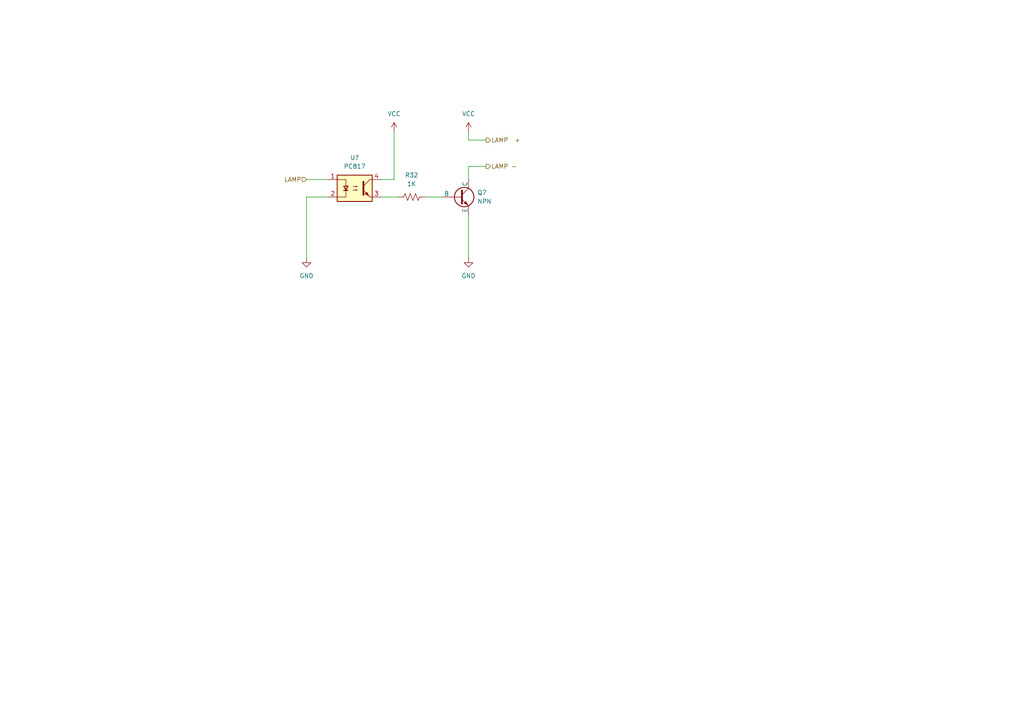
<source format=kicad_sch>
(kicad_sch (version 20250114) (generator "eeschema") (generator_version "9.0")
  (paper "A4")
  (lib_symbols
    (symbol "Device:R_US" (pin_numbers (hide yes)) (pin_names (offset 0))
      (property "Reference" "R" (at 2.54 0 90))
      (property "Value" "R_US" (at -2.54 0 90))
      (symbol "R_US_0_1"
        (polyline (pts (xy 0 2.286) (xy 0 2.54)))
        (polyline (pts (xy 0 2.286) (xy 1.016 1.905) (xy 0 1.524) (xy -1.016 1.143) (xy 0 0.762)))
        (polyline (pts (xy 0 0.762) (xy 1.016 0.381) (xy 0 0) (xy -1.016 -0.381) (xy 0 -0.762)))
        (polyline (pts (xy 0 -0.762) (xy 1.016 -1.143) (xy 0 -1.524) (xy -1.016 -1.905) (xy 0 -2.286)))
        (polyline (pts (xy 0 -2.286) (xy 0 -2.54)))
      )
      (symbol "R_US_1_1"
        (pin passive line (at 0 3.81 270) (length 1.27) (name "~") (number "1"))
        (pin passive line (at 0 -3.81 90) (length 1.27) (name "~") (number "2"))
      )
    )
    (symbol "Isolator:PC817" (pin_names (offset 1.016))
      (property "Reference" "U" (at -5.08 5.08 0))
      (property "Value" "PC817" (at 0 5.08 0))
      (symbol "PC817_0_1"
        (rectangle (start -5.08 3.81) (end 5.08 -3.81) (stroke (width 0.254)) (fill (type background)))
        (polyline (pts (xy -5.08 2.54) (xy -2.54 2.54) (xy -2.54 -0.635)))
        (polyline (pts (xy -3.175 -0.635) (xy -1.905 -0.635)) (stroke (width 0.254)))
        (polyline (pts (xy -2.54 -0.635) (xy -2.54 -2.54) (xy -5.08 -2.54)))
        (polyline (pts (xy -2.54 -0.635) (xy -3.175 0.635) (xy -1.905 0.635) (xy -2.54 -0.635)) (stroke (width 0.254)))
        (polyline (pts (xy -0.508 0.508) (xy 0.762 0.508) (xy 0.381 0.381) (xy 0.381 0.635) (xy 0.762 0.508)))
        (polyline (pts (xy -0.508 -0.508) (xy 0.762 -0.508) (xy 0.381 -0.635) (xy 0.381 -0.381) (xy 0.762 -0.508)))
        (polyline (pts (xy 2.54 1.905) (xy 2.54 -1.905) (xy 2.54 -1.905)) (stroke (width 0.508)))
        (polyline (pts (xy 2.54 0.635) (xy 4.445 2.54)))
        (polyline (pts (xy 3.048 -1.651) (xy 3.556 -1.143) (xy 4.064 -2.159) (xy 3.048 -1.651) (xy 3.048 -1.651)) (fill (type outline)))
        (polyline (pts (xy 4.445 2.54) (xy 5.08 2.54)))
        (polyline (pts (xy 4.445 -2.54) (xy 2.54 -0.635)) (fill (type outline)))
        (polyline (pts (xy 4.445 -2.54) (xy 5.08 -2.54)))
      )
      (symbol "PC817_1_1"
        (pin passive line (at -7.62 2.54 0) (length 2.54) (name "~") (number "1"))
        (pin passive line (at -7.62 -2.54 0) (length 2.54) (name "~") (number "2"))
        (pin passive line (at 7.62 2.54 180) (length 2.54) (name "~") (number "4"))
        (pin passive line (at 7.62 -2.54 180) (length 2.54) (name "~") (number "3"))
      )
    )
    (symbol "Simulation_SPICE:NPN" (pin_numbers (hide yes)) (pin_names (offset 0))
      (property "Reference" "Q" (at -2.54 7.62 0))
      (property "Value" "NPN" (at -2.54 5.08 0))
      (symbol "NPN_0_1"
        (polyline (pts (xy -2.54 0) (xy 0.635 0)) (stroke (width 0.1524)))
        (polyline (pts (xy 0.635 1.905) (xy 0.635 -1.905) (xy 0.635 -1.905)) (stroke (width 0.508)))
        (polyline (pts (xy 0.635 0.635) (xy 2.54 2.54)))
        (polyline (pts (xy 0.635 -0.635) (xy 2.54 -2.54) (xy 2.54 -2.54)))
        (circle (center 1.27 0) (radius 2.8194) (stroke (width 0.254)))
        (polyline (pts (xy 1.27 -1.778) (xy 1.778 -1.27) (xy 2.286 -2.286) (xy 1.27 -1.778) (xy 1.27 -1.778)) (fill (type outline)))
        (polyline (pts (xy 2.794 -1.27) (xy 2.794 -1.27)) (stroke (width 0.1524)))
        (polyline (pts (xy 2.794 -1.27) (xy 2.794 -1.27)) (stroke (width 0.1524)))
      )
      (symbol "NPN_1_1"
        (pin input line (at -5.08 0 0) (length 2.54) (name "B") (number "2"))
        (pin open_collector line (at 2.54 5.08 270) (length 2.54) (name "C") (number "1"))
        (pin open_emitter line (at 2.54 -5.08 90) (length 2.54) (name "E") (number "3"))
      )
    )
    (symbol "power:GND" (power) (pin_numbers (hide yes)) (pin_names (offset 0) (hide yes))
      (property "Value" "GND" (at 0 -3.81 0))
      (symbol "GND_0_1"
        (polyline (pts (xy 0 0) (xy 0 -1.27) (xy 1.27 -1.27) (xy 0 -2.54) (xy -1.27 -1.27) (xy 0 -1.27)))
      )
      (symbol "GND_1_1"
        (pin power_in line (at 0 0 270) (length 0) (name "~") (number "1"))
      )
    )
    (symbol "power:VCC" (power) (pin_numbers (hide yes)) (pin_names (offset 0) (hide yes))
      (property "Value" "VCC" (at 0 3.556 0))
      (symbol "VCC_0_1"
        (polyline (pts (xy -0.762 1.27) (xy 0 2.54)))
        (polyline (pts (xy 0 2.54) (xy 0.762 1.27)))
        (polyline (pts (xy 0 0) (xy 0 2.54)))
      )
      (symbol "VCC_1_1"
        (pin power_in line (at 0 0 90) (length 0) (name "~") (number "1"))
      )
    )
  )
  (wire (pts (xy 88.9 57.15) (xy 95.25 57.15)))
  (wire (pts (xy 88.9 52.07) (xy 95.25 52.07)))
  (wire (pts (xy 135.89 48.26) (xy 140.97 48.26)))
  (wire (pts (xy 88.9 74.93) (xy 88.9 57.15)))
  (wire (pts (xy 135.89 48.26) (xy 135.89 52.07)))
  (wire (pts (xy 135.89 40.64) (xy 140.97 40.64)))
  (wire (pts (xy 114.3 38.1) (xy 114.3 52.07)))
  (wire (pts (xy 135.89 40.64) (xy 135.89 38.1)))
  (wire (pts (xy 135.89 62.23) (xy 135.89 74.93)))
  (wire (pts (xy 110.49 52.07) (xy 114.3 52.07)))
  (wire (pts (xy 110.49 57.15) (xy 115.57 57.15)))
  (wire (pts (xy 123.19 57.15) (xy 128.27 57.15)))
  (hierarchical_label "LAMP -" (shape output) (at 140.97 48.26 0))
  (hierarchical_label "LAMP  + " (shape output) (at 140.97 40.64 0))
  (hierarchical_label "LAMP" (shape input) (at 88.9 52.07 180))
  (symbol (lib_id "power:GND") (at 88.9 74.93 0) (unit 1)
    (property "Reference" "#PWR?" (effects (hide yes)))
    (property "Value" "GND" (at 88.9 80.01 0))
    (property "Description" "Power symbol creates a global label with name \"GND\" , ground" (effects (hide yes)))
  )
  (symbol (lib_id "Device:R_US") (at 119.38 57.15 90) (unit 1)
    (property "Reference" "R32" (at 119.38 50.8 90))
    (property "Value" "1K" (at 119.38 53.34 90))
    (property "Description" "Resistor, US symbol" (effects (hide yes)))
  )
  (symbol (lib_id "Simulation_SPICE:NPN") (at 133.35 57.15 0) (unit 1)
    (property "Reference" "Q7" (at 138.43 55.8799 0) (effects (justify left)))
    (property "Value" "NPN" (at 138.43 58.4199 0) (effects (justify left)))
    (property "Datasheet" "https://ngspice.sourceforge.io/docs/ngspice-html-manual/manual.xhtml#cha_BJTs" (effects (hide yes)))
    (property "Description" "Bipolar transistor symbol for simulation only, substrate tied to the emitter" (effects (hide yes)))
    (property "Sim.Device" "NPN" (effects (hide yes)))
    (property "Sim.Type" "GUMMELPOON" (effects (hide yes)))
    (property "Sim.Pins" "1=C 2=B 3=E" (effects (hide yes)))
  )
  (symbol (lib_id "power:VCC") (at 135.89 38.1 0) (unit 1)
    (property "Reference" "#PWR052" (effects (hide yes)))
    (property "Value" "VCC" (at 135.89 33.02 0))
    (property "Description" "Power symbol creates a global label with name \"VCC\"" (effects (hide yes)))
  )
  (symbol (lib_id "power:VCC") (at 114.3 38.1 0) (unit 1)
    (property "Reference" "#PWR?" (effects (hide yes)))
    (property "Value" "VCC" (at 114.3 33.02 0))
    (property "Description" "Power symbol creates a global label with name \"VCC\"" (effects (hide yes)))
  )
  (symbol (lib_id "power:GND") (at 135.89 74.93 0) (unit 1)
    (property "Reference" "#PWR051" (effects (hide yes)))
    (property "Value" "GND" (at 135.89 80.01 0))
    (property "Description" "Power symbol creates a global label with name \"GND\" , ground" (effects (hide yes)))
  )
  (symbol (lib_id "Isolator:PC817") (at 102.87 54.61 0) (unit 1)
    (property "Reference" "U?" (at 102.87 45.72 0))
    (property "Value" "PC817" (at 102.87 48.26 0))
    (property "Footprint" "Package_DIP:DIP-4_W7.62mm" (effects (hide yes)))
    (property "Datasheet" "http://www.soselectronic.cz/a_info/resource/d/pc817.pdf" (effects (hide yes)))
    (property "Description" "DC Optocoupler, Vce 35V, CTR 50-300%, DIP-4" (effects (hide yes)))
  )
)
</source>
